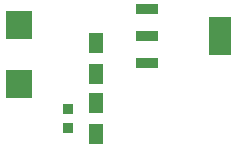
<source format=gbr>
G04 EAGLE Gerber RS-274X export*
G75*
%MOMM*%
%FSLAX34Y34*%
%LPD*%
%INSolderpaste Top*%
%IPPOS*%
%AMOC8*
5,1,8,0,0,1.08239X$1,22.5*%
G01*
G04 Define Apertures*
%ADD10R,2.203600X2.368000*%
%ADD11R,0.970200X0.920900*%
%ADD12R,1.860300X0.897900*%
%ADD13R,1.860300X3.189100*%
%ADD14R,1.188700X1.795500*%
D10*
X698500Y753314D03*
X698500Y802738D03*
D11*
X739877Y716154D03*
X739877Y731646D03*
D12*
X807450Y816750D03*
X807450Y793750D03*
X807450Y770750D03*
D13*
X868950Y793750D03*
D14*
X764185Y710801D03*
X764185Y736999D03*
X764185Y761601D03*
X764185Y787799D03*
M02*

</source>
